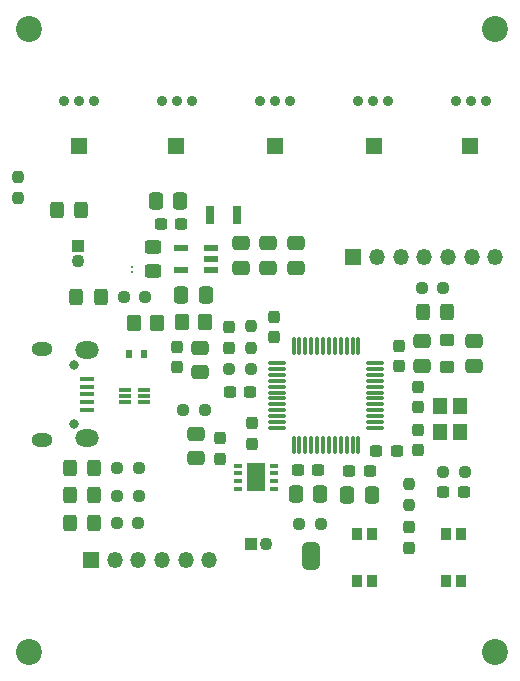
<source format=gbr>
%TF.GenerationSoftware,KiCad,Pcbnew,9.0.0*%
%TF.CreationDate,2026-01-14T19:26:19-05:00*%
%TF.ProjectId,telemetry-node,74656c65-6d65-4747-9279-2d6e6f64652e,rev?*%
%TF.SameCoordinates,Original*%
%TF.FileFunction,Soldermask,Top*%
%TF.FilePolarity,Negative*%
%FSLAX46Y46*%
G04 Gerber Fmt 4.6, Leading zero omitted, Abs format (unit mm)*
G04 Created by KiCad (PCBNEW 9.0.0) date 2026-01-14 19:26:19*
%MOMM*%
%LPD*%
G01*
G04 APERTURE LIST*
G04 Aperture macros list*
%AMRoundRect*
0 Rectangle with rounded corners*
0 $1 Rounding radius*
0 $2 $3 $4 $5 $6 $7 $8 $9 X,Y pos of 4 corners*
0 Add a 4 corners polygon primitive as box body*
4,1,4,$2,$3,$4,$5,$6,$7,$8,$9,$2,$3,0*
0 Add four circle primitives for the rounded corners*
1,1,$1+$1,$2,$3*
1,1,$1+$1,$4,$5*
1,1,$1+$1,$6,$7*
1,1,$1+$1,$8,$9*
0 Add four rect primitives between the rounded corners*
20,1,$1+$1,$2,$3,$4,$5,0*
20,1,$1+$1,$4,$5,$6,$7,0*
20,1,$1+$1,$6,$7,$8,$9,0*
20,1,$1+$1,$8,$9,$2,$3,0*%
%AMFreePoly0*
4,1,23,0.500000,-0.750000,0.000000,-0.750000,0.000000,-0.745722,-0.065263,-0.745722,-0.191342,-0.711940,-0.304381,-0.646677,-0.396677,-0.554381,-0.461940,-0.441342,-0.495722,-0.315263,-0.495722,-0.250000,-0.500000,-0.250000,-0.500000,0.250000,-0.495722,0.250000,-0.495722,0.315263,-0.461940,0.441342,-0.396677,0.554381,-0.304381,0.646677,-0.191342,0.711940,-0.065263,0.745722,0.000000,0.745722,
0.000000,0.750000,0.500000,0.750000,0.500000,-0.750000,0.500000,-0.750000,$1*%
%AMFreePoly1*
4,1,23,0.000000,0.745722,0.065263,0.745722,0.191342,0.711940,0.304381,0.646677,0.396677,0.554381,0.461940,0.441342,0.495722,0.315263,0.495722,0.250000,0.500000,0.250000,0.500000,-0.250000,0.495722,-0.250000,0.495722,-0.315263,0.461940,-0.441342,0.396677,-0.554381,0.304381,-0.646677,0.191342,-0.711940,0.065263,-0.745722,0.000000,-0.745722,0.000000,-0.750000,-0.500000,-0.750000,
-0.500000,0.750000,0.000000,0.750000,0.000000,0.745722,0.000000,0.745722,$1*%
G04 Aperture macros list end*
%ADD10RoundRect,0.250000X-0.475000X0.337500X-0.475000X-0.337500X0.475000X-0.337500X0.475000X0.337500X0*%
%ADD11RoundRect,0.250000X0.325000X0.450000X-0.325000X0.450000X-0.325000X-0.450000X0.325000X-0.450000X0*%
%ADD12RoundRect,0.237500X0.250000X0.237500X-0.250000X0.237500X-0.250000X-0.237500X0.250000X-0.237500X0*%
%ADD13RoundRect,0.250000X-0.337500X-0.475000X0.337500X-0.475000X0.337500X0.475000X-0.337500X0.475000X0*%
%ADD14R,1.200000X0.600000*%
%ADD15R,1.100000X1.100000*%
%ADD16C,1.100000*%
%ADD17C,0.900000*%
%ADD18R,1.350000X1.350000*%
%ADD19RoundRect,0.237500X-0.237500X0.300000X-0.237500X-0.300000X0.237500X-0.300000X0.237500X0.300000X0*%
%ADD20RoundRect,0.250000X-0.325000X-0.450000X0.325000X-0.450000X0.325000X0.450000X-0.325000X0.450000X0*%
%ADD21RoundRect,0.237500X0.237500X-0.300000X0.237500X0.300000X-0.237500X0.300000X-0.237500X-0.300000X0*%
%ADD22R,0.700000X1.500000*%
%ADD23RoundRect,0.250000X-0.350000X-0.450000X0.350000X-0.450000X0.350000X0.450000X-0.350000X0.450000X0*%
%ADD24RoundRect,0.250000X0.337500X0.475000X-0.337500X0.475000X-0.337500X-0.475000X0.337500X-0.475000X0*%
%ADD25RoundRect,0.237500X-0.237500X0.250000X-0.237500X-0.250000X0.237500X-0.250000X0.237500X0.250000X0*%
%ADD26RoundRect,0.237500X-0.300000X-0.237500X0.300000X-0.237500X0.300000X0.237500X-0.300000X0.237500X0*%
%ADD27O,0.800000X0.800000*%
%ADD28R,1.300000X0.450000*%
%ADD29O,1.800000X1.150000*%
%ADD30O,2.000000X1.450000*%
%ADD31RoundRect,0.237500X0.300000X0.237500X-0.300000X0.237500X-0.300000X-0.237500X0.300000X-0.237500X0*%
%ADD32C,2.200000*%
%ADD33RoundRect,0.075000X0.662500X0.075000X-0.662500X0.075000X-0.662500X-0.075000X0.662500X-0.075000X0*%
%ADD34RoundRect,0.075000X0.075000X0.662500X-0.075000X0.662500X-0.075000X-0.662500X0.075000X-0.662500X0*%
%ADD35RoundRect,0.237500X-0.237500X0.287500X-0.237500X-0.287500X0.237500X-0.287500X0.237500X0.287500X0*%
%ADD36RoundRect,0.250000X0.350000X-0.275000X0.350000X0.275000X-0.350000X0.275000X-0.350000X-0.275000X0*%
%ADD37R,0.900000X1.050000*%
%ADD38R,0.990000X0.300000*%
%ADD39O,1.350000X1.350000*%
%ADD40RoundRect,0.250000X-0.450000X0.325000X-0.450000X-0.325000X0.450000X-0.325000X0.450000X0.325000X0*%
%ADD41FreePoly0,270.000000*%
%ADD42FreePoly1,270.000000*%
%ADD43R,0.550000X0.800000*%
%ADD44R,0.280000X0.200000*%
%ADD45RoundRect,0.237500X-0.250000X-0.237500X0.250000X-0.237500X0.250000X0.237500X-0.250000X0.237500X0*%
%ADD46R,0.650000X0.350000*%
%ADD47R,1.550000X2.400000*%
%ADD48RoundRect,0.250000X0.475000X-0.337500X0.475000X0.337500X-0.475000X0.337500X-0.475000X-0.337500X0*%
%ADD49R,1.200000X1.400000*%
G04 APERTURE END LIST*
%TO.C,JP1*%
G36*
X210637500Y-82750000D02*
G01*
X209137500Y-82750000D01*
X209137500Y-83050000D01*
X210637500Y-83050000D01*
X210637500Y-82750000D01*
G37*
%TD*%
D10*
%TO.C,C25*%
X208600000Y-56425000D03*
X208600000Y-58500000D03*
%TD*%
D11*
%TO.C,D11*%
X190425000Y-53600000D03*
X188375000Y-53600000D03*
%TD*%
D12*
%TO.C,R5*%
X222912500Y-75750000D03*
X221087500Y-75750000D03*
%TD*%
%TO.C,R30*%
X195887500Y-61000000D03*
X194062500Y-61000000D03*
%TD*%
D10*
%TO.C,C23*%
X204000000Y-56400000D03*
X204000000Y-58475000D03*
%TD*%
D13*
%TO.C,C22*%
X198912500Y-60825000D03*
X200987500Y-60825000D03*
%TD*%
D14*
%TO.C,IC1*%
X201400000Y-58675000D03*
X201400000Y-57725000D03*
X201400000Y-56775000D03*
X198900000Y-56775000D03*
X198900000Y-58675000D03*
%TD*%
D15*
%TO.C,J4*%
X204837500Y-81900000D03*
D16*
X206087500Y-81900000D03*
%TD*%
D17*
%TO.C,J9*%
X205600000Y-44400000D03*
X206850000Y-44400000D03*
X208100000Y-44400000D03*
%TD*%
%TO.C,J1*%
X189000000Y-44400000D03*
X190250000Y-44400000D03*
X191500000Y-44400000D03*
%TD*%
D18*
%TO.C,J15*%
X223400000Y-48200000D03*
%TD*%
D19*
%TO.C,C58*%
X202187500Y-72937500D03*
X202187500Y-74662500D03*
%TD*%
D20*
%TO.C,D15*%
X189500000Y-80100000D03*
X191550000Y-80100000D03*
%TD*%
D21*
%TO.C,C18*%
X218937500Y-70275000D03*
X218937500Y-68550000D03*
%TD*%
D22*
%TO.C,L2*%
X201350000Y-54000000D03*
X203650000Y-54000000D03*
%TD*%
D12*
%TO.C,R34*%
X221100000Y-60200000D03*
X219275000Y-60200000D03*
%TD*%
D20*
%TO.C,D12*%
X190050000Y-61000000D03*
X192100000Y-61000000D03*
%TD*%
D13*
%TO.C,C16*%
X208600000Y-77600000D03*
X210675000Y-77600000D03*
%TD*%
D23*
%TO.C,R10*%
X198950000Y-63100000D03*
X200950000Y-63100000D03*
%TD*%
D10*
%TO.C,C2*%
X200550000Y-65275000D03*
X200550000Y-67350000D03*
%TD*%
D15*
%TO.C,J3*%
X190200000Y-56625000D03*
D16*
X190200000Y-57875000D03*
%TD*%
D24*
%TO.C,C7*%
X215062500Y-77700000D03*
X212987500Y-77700000D03*
%TD*%
D25*
%TO.C,R4*%
X218187500Y-76787500D03*
X218187500Y-78612500D03*
%TD*%
D19*
%TO.C,C12*%
X218937500Y-72187500D03*
X218937500Y-73912500D03*
%TD*%
D12*
%TO.C,R9*%
X204812500Y-67050000D03*
X202987500Y-67050000D03*
%TD*%
%TO.C,R13*%
X210750000Y-80200000D03*
X208925000Y-80200000D03*
%TD*%
D26*
%TO.C,C13*%
X215425000Y-74000000D03*
X217150000Y-74000000D03*
%TD*%
D27*
%TO.C,J11*%
X189850000Y-66700000D03*
X189850000Y-71700000D03*
D28*
X190950000Y-67900000D03*
X190950000Y-68550000D03*
X190950000Y-69200000D03*
X190950000Y-69850000D03*
X190950000Y-70500000D03*
D29*
X187100000Y-65325000D03*
D30*
X190900000Y-65475000D03*
X190900000Y-72925000D03*
D29*
X187100000Y-73075000D03*
%TD*%
D25*
%TO.C,R29*%
X185100000Y-50787500D03*
X185100000Y-52612500D03*
%TD*%
D18*
%TO.C,J10*%
X206900000Y-48200000D03*
%TD*%
D17*
%TO.C,J14*%
X222200000Y-44400000D03*
X223450000Y-44400000D03*
X224700000Y-44400000D03*
%TD*%
D21*
%TO.C,C8*%
X217387500Y-66825000D03*
X217387500Y-65100000D03*
%TD*%
D19*
%TO.C,C11*%
X218187500Y-80475000D03*
X218187500Y-82200000D03*
%TD*%
D25*
%TO.C,R6*%
X204850000Y-63450000D03*
X204850000Y-65275000D03*
%TD*%
D26*
%TO.C,C17*%
X208775000Y-75600000D03*
X210500000Y-75600000D03*
%TD*%
D31*
%TO.C,C21*%
X198900000Y-54800000D03*
X197175000Y-54800000D03*
%TD*%
D32*
%TO.C,H3*%
X225500000Y-91000000D03*
%TD*%
D20*
%TO.C,D6*%
X189487500Y-75400000D03*
X191537500Y-75400000D03*
%TD*%
D13*
%TO.C,C20*%
X196775000Y-52800000D03*
X198850000Y-52800000D03*
%TD*%
D33*
%TO.C,U1*%
X215337500Y-72050000D03*
X215337500Y-71550000D03*
X215337500Y-71050000D03*
X215337500Y-70550000D03*
X215337500Y-70050000D03*
X215337500Y-69550000D03*
X215337500Y-69050000D03*
X215337500Y-68550000D03*
X215337500Y-68050000D03*
X215337500Y-67550000D03*
X215337500Y-67050000D03*
X215337500Y-66550000D03*
D34*
X213925000Y-65137500D03*
X213425000Y-65137500D03*
X212925000Y-65137500D03*
X212425000Y-65137500D03*
X211925000Y-65137500D03*
X211425000Y-65137500D03*
X210925000Y-65137500D03*
X210425000Y-65137500D03*
X209925000Y-65137500D03*
X209425000Y-65137500D03*
X208925000Y-65137500D03*
X208425000Y-65137500D03*
D33*
X207012500Y-66550000D03*
X207012500Y-67050000D03*
X207012500Y-67550000D03*
X207012500Y-68050000D03*
X207012500Y-68550000D03*
X207012500Y-69050000D03*
X207012500Y-69550000D03*
X207012500Y-70050000D03*
X207012500Y-70550000D03*
X207012500Y-71050000D03*
X207012500Y-71550000D03*
X207012500Y-72050000D03*
D34*
X208425000Y-73462500D03*
X208925000Y-73462500D03*
X209425000Y-73462500D03*
X209925000Y-73462500D03*
X210425000Y-73462500D03*
X210925000Y-73462500D03*
X211425000Y-73462500D03*
X211925000Y-73462500D03*
X212425000Y-73462500D03*
X212925000Y-73462500D03*
X213425000Y-73462500D03*
X213925000Y-73462500D03*
%TD*%
D31*
%TO.C,C6*%
X214887500Y-75700000D03*
X213162500Y-75700000D03*
%TD*%
D11*
%TO.C,D16*%
X221400000Y-62200000D03*
X219350000Y-62200000D03*
%TD*%
D12*
%TO.C,R32*%
X195325000Y-77800000D03*
X193500000Y-77800000D03*
%TD*%
D35*
%TO.C,F2*%
X202950000Y-63487500D03*
X202950000Y-65237500D03*
%TD*%
D21*
%TO.C,C14*%
X206800000Y-64362500D03*
X206800000Y-62637500D03*
%TD*%
%TO.C,C5*%
X204937500Y-73375000D03*
X204937500Y-71650000D03*
%TD*%
D12*
%TO.C,R8*%
X195325000Y-75400000D03*
X193500000Y-75400000D03*
%TD*%
D36*
%TO.C,FB1*%
X221437500Y-66900000D03*
X221437500Y-64600000D03*
%TD*%
D37*
%TO.C,S4*%
X213787500Y-81050000D03*
X213787500Y-85000000D03*
X215087500Y-81050000D03*
X215087500Y-85000000D03*
%TD*%
D19*
%TO.C,C1*%
X198600000Y-65200000D03*
X198600000Y-66925000D03*
%TD*%
D18*
%TO.C,J8*%
X198500000Y-48200000D03*
%TD*%
D38*
%TO.C,IC2*%
X195750000Y-69850000D03*
X195750000Y-69350000D03*
X195750000Y-68850000D03*
X194140000Y-68850000D03*
X194140000Y-69350000D03*
X194140000Y-69850000D03*
%TD*%
D32*
%TO.C,H1*%
X186000000Y-38300000D03*
%TD*%
D18*
%TO.C,J2*%
X191300000Y-83200000D03*
D39*
X193300000Y-83200000D03*
X195300000Y-83200000D03*
X197300000Y-83200000D03*
X199300000Y-83200000D03*
X201300000Y-83200000D03*
%TD*%
D40*
%TO.C,D4*%
X196550000Y-56700000D03*
X196550000Y-58750000D03*
%TD*%
D10*
%TO.C,C24*%
X206300000Y-56412500D03*
X206300000Y-58487500D03*
%TD*%
D20*
%TO.C,D7*%
X189497500Y-77700000D03*
X191547500Y-77700000D03*
%TD*%
D32*
%TO.C,H4*%
X186000000Y-91000000D03*
%TD*%
D41*
%TO.C,JP1*%
X209887500Y-82250000D03*
D42*
X209887500Y-83550000D03*
%TD*%
D12*
%TO.C,R33*%
X195300000Y-80100000D03*
X193475000Y-80100000D03*
%TD*%
D10*
%TO.C,C10*%
X223687500Y-64700000D03*
X223687500Y-66775000D03*
%TD*%
D18*
%TO.C,J13*%
X215200000Y-48200000D03*
%TD*%
D43*
%TO.C,D2*%
X195750000Y-65800000D03*
X194500000Y-65800000D03*
%TD*%
D44*
%TO.C,D1*%
X194775000Y-58850000D03*
X194775000Y-58450000D03*
%TD*%
D17*
%TO.C,J6*%
X197300000Y-44400000D03*
X198550000Y-44400000D03*
X199800000Y-44400000D03*
%TD*%
D10*
%TO.C,C59*%
X200187500Y-72525000D03*
X200187500Y-74600000D03*
%TD*%
D23*
%TO.C,R14*%
X194900000Y-63125000D03*
X196900000Y-63125000D03*
%TD*%
D32*
%TO.C,H2*%
X225500000Y-38300000D03*
%TD*%
D45*
%TO.C,R3*%
X199075000Y-70500000D03*
X200900000Y-70500000D03*
%TD*%
D31*
%TO.C,C19*%
X204762500Y-69000000D03*
X203037500Y-69000000D03*
%TD*%
D18*
%TO.C,J7*%
X213500000Y-57600000D03*
D39*
X215500000Y-57600000D03*
X217500000Y-57600000D03*
X219500000Y-57600000D03*
X221500000Y-57600000D03*
X223500000Y-57600000D03*
X225500000Y-57600000D03*
%TD*%
D26*
%TO.C,C15*%
X221112500Y-77475000D03*
X222837500Y-77475000D03*
%TD*%
D46*
%TO.C,U2*%
X206787500Y-77200000D03*
X206787500Y-76550000D03*
X206787500Y-75900000D03*
X206787500Y-75250000D03*
X203687500Y-75250000D03*
X203687500Y-75900000D03*
X203687500Y-76550000D03*
X203687500Y-77200000D03*
D47*
X205237500Y-76225000D03*
%TD*%
D48*
%TO.C,C9*%
X219287500Y-66762500D03*
X219287500Y-64687500D03*
%TD*%
D18*
%TO.C,J5*%
X190250000Y-48200000D03*
%TD*%
D37*
%TO.C,S3*%
X221337500Y-81025000D03*
X221337500Y-84975000D03*
X222637500Y-81025000D03*
X222637500Y-84975000D03*
%TD*%
D17*
%TO.C,J12*%
X213900000Y-44400000D03*
X215150000Y-44400000D03*
X216400000Y-44400000D03*
%TD*%
D49*
%TO.C,Y1*%
X222487500Y-72350000D03*
X222487500Y-70150000D03*
X220787500Y-70150000D03*
X220787500Y-72350000D03*
%TD*%
M02*

</source>
